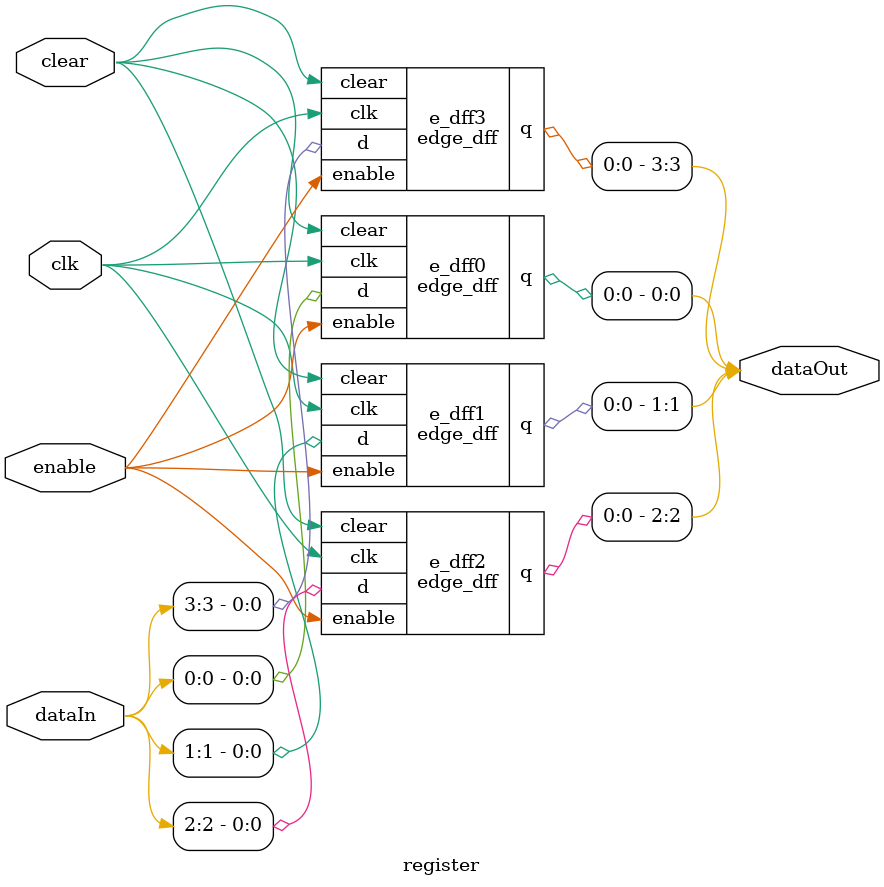
<source format=v>
module  edge_dff (
	output reg q,
	input d, clk, clear, enable
);
	always @(posedge clk or posedge clear)
		if (clear)
			q <= 0;
		else if (enable)
			q <= d;
endmodule 

// register 1x4;
module register (
	output [3:0] dataOut,
	input [3:0] dataIn,
	input enable, clk, clear
);
	edge_dff e_dff0 (dataOut[0], dataIn[0], clk, clear, enable);
	edge_dff e_dff1 (dataOut[1], dataIn[1], clk, clear, enable);
	edge_dff e_dff2 (dataOut[2], dataIn[2], clk, clear, enable);
	edge_dff e_dff3 (dataOut[3], dataIn[3], clk, clear, enable);
endmodule 

</source>
